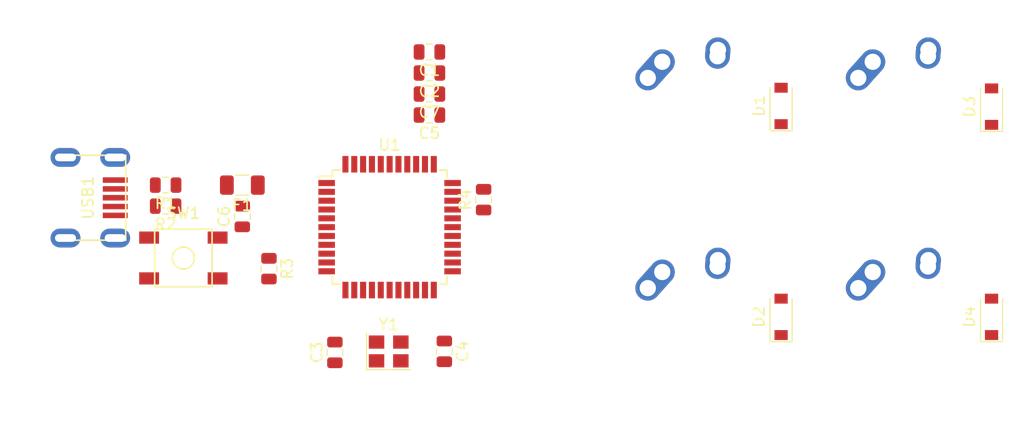
<source format=kicad_pcb>
(kicad_pcb (version 20171130) (host pcbnew "(5.1.4)-1")

  (general
    (thickness 1.6)
    (drawings 0)
    (tracks 0)
    (zones 0)
    (modules 24)
    (nets 49)
  )

  (page A4)
  (layers
    (0 F.Cu signal)
    (31 B.Cu signal)
    (32 B.Adhes user)
    (33 F.Adhes user)
    (34 B.Paste user)
    (35 F.Paste user)
    (36 B.SilkS user)
    (37 F.SilkS user)
    (38 B.Mask user)
    (39 F.Mask user)
    (40 Dwgs.User user)
    (41 Cmts.User user)
    (42 Eco1.User user)
    (43 Eco2.User user)
    (44 Edge.Cuts user)
    (45 Margin user)
    (46 B.CrtYd user)
    (47 F.CrtYd user)
    (48 B.Fab user)
    (49 F.Fab user)
  )

  (setup
    (last_trace_width 0.25)
    (trace_clearance 0.2)
    (zone_clearance 0.508)
    (zone_45_only no)
    (trace_min 0.2)
    (via_size 0.8)
    (via_drill 0.4)
    (via_min_size 0.4)
    (via_min_drill 0.3)
    (uvia_size 0.3)
    (uvia_drill 0.1)
    (uvias_allowed no)
    (uvia_min_size 0.2)
    (uvia_min_drill 0.1)
    (edge_width 0.05)
    (segment_width 0.2)
    (pcb_text_width 0.3)
    (pcb_text_size 1.5 1.5)
    (mod_edge_width 0.12)
    (mod_text_size 1 1)
    (mod_text_width 0.15)
    (pad_size 1.524 1.524)
    (pad_drill 0.762)
    (pad_to_mask_clearance 0.051)
    (solder_mask_min_width 0.25)
    (aux_axis_origin 0 0)
    (visible_elements FFFFFF7F)
    (pcbplotparams
      (layerselection 0x010fc_ffffffff)
      (usegerberextensions false)
      (usegerberattributes false)
      (usegerberadvancedattributes false)
      (creategerberjobfile false)
      (excludeedgelayer true)
      (linewidth 0.100000)
      (plotframeref false)
      (viasonmask false)
      (mode 1)
      (useauxorigin false)
      (hpglpennumber 1)
      (hpglpenspeed 20)
      (hpglpendiameter 15.000000)
      (psnegative false)
      (psa4output false)
      (plotreference true)
      (plotvalue true)
      (plotinvisibletext false)
      (padsonsilk false)
      (subtractmaskfromsilk false)
      (outputformat 1)
      (mirror false)
      (drillshape 1)
      (scaleselection 1)
      (outputdirectory ""))
  )

  (net 0 "")
  (net 1 GND)
  (net 2 +5V)
  (net 3 "Net-(C3-Pad1)")
  (net 4 "Net-(C4-Pad1)")
  (net 5 "Net-(C6-Pad1)")
  (net 6 "Net-(D1-Pad2)")
  (net 7 ROW0)
  (net 8 "Net-(D2-Pad2)")
  (net 9 ROW1)
  (net 10 "Net-(D3-Pad2)")
  (net 11 "Net-(D4-Pad2)")
  (net 12 VCC)
  (net 13 COL0)
  (net 14 COL1)
  (net 15 D-)
  (net 16 "Net-(R1-Pad1)")
  (net 17 D+)
  (net 18 "Net-(R2-Pad1)")
  (net 19 "Net-(R3-Pad2)")
  (net 20 "Net-(R4-Pad2)")
  (net 21 "Net-(U1-Pad42)")
  (net 22 "Net-(U1-Pad41)")
  (net 23 "Net-(U1-Pad40)")
  (net 24 "Net-(U1-Pad39)")
  (net 25 "Net-(U1-Pad38)")
  (net 26 "Net-(U1-Pad37)")
  (net 27 "Net-(U1-Pad36)")
  (net 28 "Net-(U1-Pad32)")
  (net 29 "Net-(U1-Pad31)")
  (net 30 "Net-(U1-Pad30)")
  (net 31 "Net-(U1-Pad29)")
  (net 32 "Net-(U1-Pad28)")
  (net 33 "Net-(U1-Pad27)")
  (net 34 "Net-(U1-Pad26)")
  (net 35 "Net-(U1-Pad25)")
  (net 36 "Net-(U1-Pad22)")
  (net 37 "Net-(U1-Pad21)")
  (net 38 "Net-(U1-Pad20)")
  (net 39 "Net-(U1-Pad19)")
  (net 40 "Net-(U1-Pad18)")
  (net 41 "Net-(U1-Pad12)")
  (net 42 "Net-(U1-Pad11)")
  (net 43 "Net-(U1-Pad10)")
  (net 44 "Net-(U1-Pad9)")
  (net 45 "Net-(U1-Pad8)")
  (net 46 "Net-(U1-Pad1)")
  (net 47 "Net-(USB1-Pad6)")
  (net 48 "Net-(USB1-Pad2)")

  (net_class Default "This is the default net class."
    (clearance 0.2)
    (trace_width 0.25)
    (via_dia 0.8)
    (via_drill 0.4)
    (uvia_dia 0.3)
    (uvia_drill 0.1)
    (add_net +5V)
    (add_net COL0)
    (add_net COL1)
    (add_net D+)
    (add_net D-)
    (add_net GND)
    (add_net "Net-(C3-Pad1)")
    (add_net "Net-(C4-Pad1)")
    (add_net "Net-(C6-Pad1)")
    (add_net "Net-(D1-Pad2)")
    (add_net "Net-(D2-Pad2)")
    (add_net "Net-(D3-Pad2)")
    (add_net "Net-(D4-Pad2)")
    (add_net "Net-(R1-Pad1)")
    (add_net "Net-(R2-Pad1)")
    (add_net "Net-(R3-Pad2)")
    (add_net "Net-(R4-Pad2)")
    (add_net "Net-(U1-Pad1)")
    (add_net "Net-(U1-Pad10)")
    (add_net "Net-(U1-Pad11)")
    (add_net "Net-(U1-Pad12)")
    (add_net "Net-(U1-Pad18)")
    (add_net "Net-(U1-Pad19)")
    (add_net "Net-(U1-Pad20)")
    (add_net "Net-(U1-Pad21)")
    (add_net "Net-(U1-Pad22)")
    (add_net "Net-(U1-Pad25)")
    (add_net "Net-(U1-Pad26)")
    (add_net "Net-(U1-Pad27)")
    (add_net "Net-(U1-Pad28)")
    (add_net "Net-(U1-Pad29)")
    (add_net "Net-(U1-Pad30)")
    (add_net "Net-(U1-Pad31)")
    (add_net "Net-(U1-Pad32)")
    (add_net "Net-(U1-Pad36)")
    (add_net "Net-(U1-Pad37)")
    (add_net "Net-(U1-Pad38)")
    (add_net "Net-(U1-Pad39)")
    (add_net "Net-(U1-Pad40)")
    (add_net "Net-(U1-Pad41)")
    (add_net "Net-(U1-Pad42)")
    (add_net "Net-(U1-Pad8)")
    (add_net "Net-(U1-Pad9)")
    (add_net "Net-(USB1-Pad2)")
    (add_net "Net-(USB1-Pad6)")
    (add_net ROW0)
    (add_net ROW1)
    (add_net VCC)
  )

  (module Crystal:Crystal_SMD_3225-4Pin_3.2x2.5mm (layer F.Cu) (tedit 5A0FD1B2) (tstamp 620DABA6)
    (at 144.823 118.198)
    (descr "SMD Crystal SERIES SMD3225/4 http://www.txccrystal.com/images/pdf/7m-accuracy.pdf, 3.2x2.5mm^2 package")
    (tags "SMD SMT crystal")
    (path /62155457)
    (attr smd)
    (fp_text reference Y1 (at 0 -2.45) (layer F.SilkS)
      (effects (font (size 1 1) (thickness 0.15)))
    )
    (fp_text value 16MHz (at 0 2.45) (layer F.Fab)
      (effects (font (size 1 1) (thickness 0.15)))
    )
    (fp_line (start 2.1 -1.7) (end -2.1 -1.7) (layer F.CrtYd) (width 0.05))
    (fp_line (start 2.1 1.7) (end 2.1 -1.7) (layer F.CrtYd) (width 0.05))
    (fp_line (start -2.1 1.7) (end 2.1 1.7) (layer F.CrtYd) (width 0.05))
    (fp_line (start -2.1 -1.7) (end -2.1 1.7) (layer F.CrtYd) (width 0.05))
    (fp_line (start -2 1.65) (end 2 1.65) (layer F.SilkS) (width 0.12))
    (fp_line (start -2 -1.65) (end -2 1.65) (layer F.SilkS) (width 0.12))
    (fp_line (start -1.6 0.25) (end -0.6 1.25) (layer F.Fab) (width 0.1))
    (fp_line (start 1.6 -1.25) (end -1.6 -1.25) (layer F.Fab) (width 0.1))
    (fp_line (start 1.6 1.25) (end 1.6 -1.25) (layer F.Fab) (width 0.1))
    (fp_line (start -1.6 1.25) (end 1.6 1.25) (layer F.Fab) (width 0.1))
    (fp_line (start -1.6 -1.25) (end -1.6 1.25) (layer F.Fab) (width 0.1))
    (fp_text user %R (at 0 0) (layer F.Fab)
      (effects (font (size 0.7 0.7) (thickness 0.105)))
    )
    (pad 4 smd rect (at -1.1 -0.85) (size 1.4 1.2) (layers F.Cu F.Paste F.Mask)
      (net 1 GND))
    (pad 3 smd rect (at 1.1 -0.85) (size 1.4 1.2) (layers F.Cu F.Paste F.Mask)
      (net 4 "Net-(C4-Pad1)"))
    (pad 2 smd rect (at 1.1 0.85) (size 1.4 1.2) (layers F.Cu F.Paste F.Mask)
      (net 1 GND))
    (pad 1 smd rect (at -1.1 0.85) (size 1.4 1.2) (layers F.Cu F.Paste F.Mask)
      (net 3 "Net-(C3-Pad1)"))
    (model ${KISYS3DMOD}/Crystal.3dshapes/Crystal_SMD_3225-4Pin_3.2x2.5mm.wrl
      (at (xyz 0 0 0))
      (scale (xyz 1 1 1))
      (rotate (xyz 0 0 0))
    )
  )

  (module random-keyboard-parts:Molex-0548190589 (layer F.Cu) (tedit 5C494815) (tstamp 620DAB92)
    (at 115.57 104.267)
    (path /621ADA01)
    (attr smd)
    (fp_text reference USB1 (at 2.032 0 90) (layer F.SilkS)
      (effects (font (size 1 1) (thickness 0.15)))
    )
    (fp_text value Molex-0548190589 (at -5.08 0 90) (layer Dwgs.User)
      (effects (font (size 1 1) (thickness 0.15)))
    )
    (fp_text user %R (at 2 0 90) (layer F.CrtYd)
      (effects (font (size 1 1) (thickness 0.15)))
    )
    (fp_line (start 3.25 -1.25) (end 5.5 -1.25) (layer F.CrtYd) (width 0.15))
    (fp_line (start 5.5 -0.5) (end 3.25 -0.5) (layer F.CrtYd) (width 0.15))
    (fp_line (start 3.25 0.5) (end 5.5 0.5) (layer F.CrtYd) (width 0.15))
    (fp_line (start 5.5 1.25) (end 3.25 1.25) (layer F.CrtYd) (width 0.15))
    (fp_line (start 3.25 2) (end 5.5 2) (layer F.CrtYd) (width 0.15))
    (fp_line (start 3.25 -2) (end 3.25 2) (layer F.CrtYd) (width 0.15))
    (fp_line (start 5.5 -2) (end 3.25 -2) (layer F.CrtYd) (width 0.15))
    (fp_line (start -3.75 3.75) (end -3.75 -3.75) (layer F.CrtYd) (width 0.15))
    (fp_line (start 5.5 3.75) (end -3.75 3.75) (layer F.CrtYd) (width 0.15))
    (fp_line (start 5.5 -3.75) (end 5.5 3.75) (layer F.CrtYd) (width 0.15))
    (fp_line (start -3.75 -3.75) (end 5.5 -3.75) (layer F.CrtYd) (width 0.15))
    (fp_line (start 0 -3.85) (end 5.45 -3.85) (layer F.SilkS) (width 0.15))
    (fp_line (start 0 3.85) (end 5.45 3.85) (layer F.SilkS) (width 0.15))
    (fp_line (start 5.45 -3.85) (end 5.45 3.85) (layer F.SilkS) (width 0.15))
    (fp_line (start -3.75 -3.85) (end 0 -3.85) (layer Dwgs.User) (width 0.15))
    (fp_line (start -3.75 3.85) (end 0 3.85) (layer Dwgs.User) (width 0.15))
    (fp_line (start -1.75 -4.572) (end -1.75 4.572) (layer Dwgs.User) (width 0.15))
    (fp_line (start -3.75 -3.85) (end -3.75 3.85) (layer Dwgs.User) (width 0.15))
    (pad 6 thru_hole oval (at 0 -3.65) (size 2.7 1.7) (drill oval 1.9 0.7) (layers *.Cu *.Mask)
      (net 47 "Net-(USB1-Pad6)"))
    (pad 6 thru_hole oval (at 0 3.65) (size 2.7 1.7) (drill oval 1.9 0.7) (layers *.Cu *.Mask)
      (net 47 "Net-(USB1-Pad6)"))
    (pad 6 thru_hole oval (at 4.5 3.65) (size 2.7 1.7) (drill oval 1.9 0.7) (layers *.Cu *.Mask)
      (net 47 "Net-(USB1-Pad6)"))
    (pad 6 thru_hole oval (at 4.5 -3.65) (size 2.7 1.7) (drill oval 1.9 0.7) (layers *.Cu *.Mask)
      (net 47 "Net-(USB1-Pad6)"))
    (pad 5 smd rect (at 4.5 -1.6) (size 2.25 0.5) (layers F.Cu F.Paste F.Mask)
      (net 12 VCC))
    (pad 4 smd rect (at 4.5 -0.8) (size 2.25 0.5) (layers F.Cu F.Paste F.Mask)
      (net 15 D-))
    (pad 3 smd rect (at 4.5 0) (size 2.25 0.5) (layers F.Cu F.Paste F.Mask)
      (net 17 D+))
    (pad 2 smd rect (at 4.5 0.8) (size 2.25 0.5) (layers F.Cu F.Paste F.Mask)
      (net 48 "Net-(USB1-Pad2)"))
    (pad 1 smd rect (at 4.5 1.6) (size 2.25 0.5) (layers F.Cu F.Paste F.Mask)
      (net 1 GND))
  )

  (module Package_QFP:TQFP-44_10x10mm_P0.8mm (layer F.Cu) (tedit 5A02F146) (tstamp 620DAB72)
    (at 144.907 106.934)
    (descr "44-Lead Plastic Thin Quad Flatpack (PT) - 10x10x1.0 mm Body [TQFP] (see Microchip Packaging Specification 00000049BS.pdf)")
    (tags "QFP 0.8")
    (path /620D55F6)
    (attr smd)
    (fp_text reference U1 (at 0 -7.45) (layer F.SilkS)
      (effects (font (size 1 1) (thickness 0.15)))
    )
    (fp_text value ATmega32U4-AU (at 0 7.45) (layer F.Fab)
      (effects (font (size 1 1) (thickness 0.15)))
    )
    (fp_line (start -5.175 -4.6) (end -6.45 -4.6) (layer F.SilkS) (width 0.15))
    (fp_line (start 5.175 -5.175) (end 4.5 -5.175) (layer F.SilkS) (width 0.15))
    (fp_line (start 5.175 5.175) (end 4.5 5.175) (layer F.SilkS) (width 0.15))
    (fp_line (start -5.175 5.175) (end -4.5 5.175) (layer F.SilkS) (width 0.15))
    (fp_line (start -5.175 -5.175) (end -4.5 -5.175) (layer F.SilkS) (width 0.15))
    (fp_line (start -5.175 5.175) (end -5.175 4.5) (layer F.SilkS) (width 0.15))
    (fp_line (start 5.175 5.175) (end 5.175 4.5) (layer F.SilkS) (width 0.15))
    (fp_line (start 5.175 -5.175) (end 5.175 -4.5) (layer F.SilkS) (width 0.15))
    (fp_line (start -5.175 -5.175) (end -5.175 -4.6) (layer F.SilkS) (width 0.15))
    (fp_line (start -6.7 6.7) (end 6.7 6.7) (layer F.CrtYd) (width 0.05))
    (fp_line (start -6.7 -6.7) (end 6.7 -6.7) (layer F.CrtYd) (width 0.05))
    (fp_line (start 6.7 -6.7) (end 6.7 6.7) (layer F.CrtYd) (width 0.05))
    (fp_line (start -6.7 -6.7) (end -6.7 6.7) (layer F.CrtYd) (width 0.05))
    (fp_line (start -5 -4) (end -4 -5) (layer F.Fab) (width 0.15))
    (fp_line (start -5 5) (end -5 -4) (layer F.Fab) (width 0.15))
    (fp_line (start 5 5) (end -5 5) (layer F.Fab) (width 0.15))
    (fp_line (start 5 -5) (end 5 5) (layer F.Fab) (width 0.15))
    (fp_line (start -4 -5) (end 5 -5) (layer F.Fab) (width 0.15))
    (fp_text user %R (at 0 0) (layer F.Fab)
      (effects (font (size 1 1) (thickness 0.15)))
    )
    (pad 44 smd rect (at -4 -5.7 90) (size 1.5 0.55) (layers F.Cu F.Paste F.Mask)
      (net 2 +5V))
    (pad 43 smd rect (at -3.2 -5.7 90) (size 1.5 0.55) (layers F.Cu F.Paste F.Mask)
      (net 1 GND))
    (pad 42 smd rect (at -2.4 -5.7 90) (size 1.5 0.55) (layers F.Cu F.Paste F.Mask)
      (net 21 "Net-(U1-Pad42)"))
    (pad 41 smd rect (at -1.6 -5.7 90) (size 1.5 0.55) (layers F.Cu F.Paste F.Mask)
      (net 22 "Net-(U1-Pad41)"))
    (pad 40 smd rect (at -0.8 -5.7 90) (size 1.5 0.55) (layers F.Cu F.Paste F.Mask)
      (net 23 "Net-(U1-Pad40)"))
    (pad 39 smd rect (at 0 -5.7 90) (size 1.5 0.55) (layers F.Cu F.Paste F.Mask)
      (net 24 "Net-(U1-Pad39)"))
    (pad 38 smd rect (at 0.8 -5.7 90) (size 1.5 0.55) (layers F.Cu F.Paste F.Mask)
      (net 25 "Net-(U1-Pad38)"))
    (pad 37 smd rect (at 1.6 -5.7 90) (size 1.5 0.55) (layers F.Cu F.Paste F.Mask)
      (net 26 "Net-(U1-Pad37)"))
    (pad 36 smd rect (at 2.4 -5.7 90) (size 1.5 0.55) (layers F.Cu F.Paste F.Mask)
      (net 27 "Net-(U1-Pad36)"))
    (pad 35 smd rect (at 3.2 -5.7 90) (size 1.5 0.55) (layers F.Cu F.Paste F.Mask)
      (net 1 GND))
    (pad 34 smd rect (at 4 -5.7 90) (size 1.5 0.55) (layers F.Cu F.Paste F.Mask)
      (net 2 +5V))
    (pad 33 smd rect (at 5.7 -4) (size 1.5 0.55) (layers F.Cu F.Paste F.Mask)
      (net 20 "Net-(R4-Pad2)"))
    (pad 32 smd rect (at 5.7 -3.2) (size 1.5 0.55) (layers F.Cu F.Paste F.Mask)
      (net 28 "Net-(U1-Pad32)"))
    (pad 31 smd rect (at 5.7 -2.4) (size 1.5 0.55) (layers F.Cu F.Paste F.Mask)
      (net 29 "Net-(U1-Pad31)"))
    (pad 30 smd rect (at 5.7 -1.6) (size 1.5 0.55) (layers F.Cu F.Paste F.Mask)
      (net 30 "Net-(U1-Pad30)"))
    (pad 29 smd rect (at 5.7 -0.8) (size 1.5 0.55) (layers F.Cu F.Paste F.Mask)
      (net 31 "Net-(U1-Pad29)"))
    (pad 28 smd rect (at 5.7 0) (size 1.5 0.55) (layers F.Cu F.Paste F.Mask)
      (net 32 "Net-(U1-Pad28)"))
    (pad 27 smd rect (at 5.7 0.8) (size 1.5 0.55) (layers F.Cu F.Paste F.Mask)
      (net 33 "Net-(U1-Pad27)"))
    (pad 26 smd rect (at 5.7 1.6) (size 1.5 0.55) (layers F.Cu F.Paste F.Mask)
      (net 34 "Net-(U1-Pad26)"))
    (pad 25 smd rect (at 5.7 2.4) (size 1.5 0.55) (layers F.Cu F.Paste F.Mask)
      (net 35 "Net-(U1-Pad25)"))
    (pad 24 smd rect (at 5.7 3.2) (size 1.5 0.55) (layers F.Cu F.Paste F.Mask)
      (net 2 +5V))
    (pad 23 smd rect (at 5.7 4) (size 1.5 0.55) (layers F.Cu F.Paste F.Mask)
      (net 1 GND))
    (pad 22 smd rect (at 4 5.7 90) (size 1.5 0.55) (layers F.Cu F.Paste F.Mask)
      (net 36 "Net-(U1-Pad22)"))
    (pad 21 smd rect (at 3.2 5.7 90) (size 1.5 0.55) (layers F.Cu F.Paste F.Mask)
      (net 37 "Net-(U1-Pad21)"))
    (pad 20 smd rect (at 2.4 5.7 90) (size 1.5 0.55) (layers F.Cu F.Paste F.Mask)
      (net 38 "Net-(U1-Pad20)"))
    (pad 19 smd rect (at 1.6 5.7 90) (size 1.5 0.55) (layers F.Cu F.Paste F.Mask)
      (net 39 "Net-(U1-Pad19)"))
    (pad 18 smd rect (at 0.8 5.7 90) (size 1.5 0.55) (layers F.Cu F.Paste F.Mask)
      (net 40 "Net-(U1-Pad18)"))
    (pad 17 smd rect (at 0 5.7 90) (size 1.5 0.55) (layers F.Cu F.Paste F.Mask)
      (net 3 "Net-(C3-Pad1)"))
    (pad 16 smd rect (at -0.8 5.7 90) (size 1.5 0.55) (layers F.Cu F.Paste F.Mask)
      (net 4 "Net-(C4-Pad1)"))
    (pad 15 smd rect (at -1.6 5.7 90) (size 1.5 0.55) (layers F.Cu F.Paste F.Mask)
      (net 1 GND))
    (pad 14 smd rect (at -2.4 5.7 90) (size 1.5 0.55) (layers F.Cu F.Paste F.Mask)
      (net 2 +5V))
    (pad 13 smd rect (at -3.2 5.7 90) (size 1.5 0.55) (layers F.Cu F.Paste F.Mask)
      (net 19 "Net-(R3-Pad2)"))
    (pad 12 smd rect (at -4 5.7 90) (size 1.5 0.55) (layers F.Cu F.Paste F.Mask)
      (net 41 "Net-(U1-Pad12)"))
    (pad 11 smd rect (at -5.7 4) (size 1.5 0.55) (layers F.Cu F.Paste F.Mask)
      (net 42 "Net-(U1-Pad11)"))
    (pad 10 smd rect (at -5.7 3.2) (size 1.5 0.55) (layers F.Cu F.Paste F.Mask)
      (net 43 "Net-(U1-Pad10)"))
    (pad 9 smd rect (at -5.7 2.4) (size 1.5 0.55) (layers F.Cu F.Paste F.Mask)
      (net 44 "Net-(U1-Pad9)"))
    (pad 8 smd rect (at -5.7 1.6) (size 1.5 0.55) (layers F.Cu F.Paste F.Mask)
      (net 45 "Net-(U1-Pad8)"))
    (pad 7 smd rect (at -5.7 0.8) (size 1.5 0.55) (layers F.Cu F.Paste F.Mask)
      (net 2 +5V))
    (pad 6 smd rect (at -5.7 0) (size 1.5 0.55) (layers F.Cu F.Paste F.Mask)
      (net 5 "Net-(C6-Pad1)"))
    (pad 5 smd rect (at -5.7 -0.8) (size 1.5 0.55) (layers F.Cu F.Paste F.Mask)
      (net 1 GND))
    (pad 4 smd rect (at -5.7 -1.6) (size 1.5 0.55) (layers F.Cu F.Paste F.Mask)
      (net 18 "Net-(R2-Pad1)"))
    (pad 3 smd rect (at -5.7 -2.4) (size 1.5 0.55) (layers F.Cu F.Paste F.Mask)
      (net 16 "Net-(R1-Pad1)"))
    (pad 2 smd rect (at -5.7 -3.2) (size 1.5 0.55) (layers F.Cu F.Paste F.Mask)
      (net 2 +5V))
    (pad 1 smd rect (at -5.7 -4) (size 1.5 0.55) (layers F.Cu F.Paste F.Mask)
      (net 46 "Net-(U1-Pad1)"))
    (model ${KISYS3DMOD}/Package_QFP.3dshapes/TQFP-44_10x10mm_P0.8mm.wrl
      (at (xyz 0 0 0))
      (scale (xyz 1 1 1))
      (rotate (xyz 0 0 0))
    )
  )

  (module random-keyboard-parts:SKQG-1155865 (layer F.Cu) (tedit 5E62B398) (tstamp 620DAB2F)
    (at 126.238 109.728 180)
    (path /6216432F)
    (attr smd)
    (fp_text reference SW1 (at 0 4.064) (layer F.SilkS)
      (effects (font (size 1 1) (thickness 0.15)))
    )
    (fp_text value SW_Push (at 0 -4.064) (layer F.Fab)
      (effects (font (size 1 1) (thickness 0.15)))
    )
    (fp_line (start -2.6 -2.6) (end 2.6 -2.6) (layer F.SilkS) (width 0.15))
    (fp_line (start 2.6 -2.6) (end 2.6 2.6) (layer F.SilkS) (width 0.15))
    (fp_line (start 2.6 2.6) (end -2.6 2.6) (layer F.SilkS) (width 0.15))
    (fp_line (start -2.6 2.6) (end -2.6 -2.6) (layer F.SilkS) (width 0.15))
    (fp_circle (center 0 0) (end 1 0) (layer F.SilkS) (width 0.15))
    (fp_line (start -4.2 -2.6) (end 4.2 -2.6) (layer F.Fab) (width 0.15))
    (fp_line (start 4.2 -2.6) (end 4.2 -1.2) (layer F.Fab) (width 0.15))
    (fp_line (start 4.2 -1.1) (end 2.6 -1.1) (layer F.Fab) (width 0.15))
    (fp_line (start 2.6 -1.1) (end 2.6 1.1) (layer F.Fab) (width 0.15))
    (fp_line (start 2.6 1.1) (end 4.2 1.1) (layer F.Fab) (width 0.15))
    (fp_line (start 4.2 1.1) (end 4.2 2.6) (layer F.Fab) (width 0.15))
    (fp_line (start 4.2 2.6) (end -4.2 2.6) (layer F.Fab) (width 0.15))
    (fp_line (start -4.2 2.6) (end -4.2 1.1) (layer F.Fab) (width 0.15))
    (fp_line (start -4.2 1.1) (end -2.6 1.1) (layer F.Fab) (width 0.15))
    (fp_line (start -2.6 1.1) (end -2.6 -1.1) (layer F.Fab) (width 0.15))
    (fp_line (start -2.6 -1.1) (end -4.2 -1.1) (layer F.Fab) (width 0.15))
    (fp_line (start -4.2 -1.1) (end -4.2 -2.6) (layer F.Fab) (width 0.15))
    (fp_circle (center 0 0) (end 1 0) (layer F.Fab) (width 0.15))
    (fp_line (start -2.6 -1.1) (end -1.1 -2.6) (layer F.Fab) (width 0.15))
    (fp_line (start 2.6 -1.1) (end 1.1 -2.6) (layer F.Fab) (width 0.15))
    (fp_line (start 2.6 1.1) (end 1.1 2.6) (layer F.Fab) (width 0.15))
    (fp_line (start -2.6 1.1) (end -1.1 2.6) (layer F.Fab) (width 0.15))
    (pad 4 smd rect (at -3.1 1.85 180) (size 1.8 1.1) (layers F.Cu F.Paste F.Mask))
    (pad 3 smd rect (at 3.1 -1.85 180) (size 1.8 1.1) (layers F.Cu F.Paste F.Mask))
    (pad 2 smd rect (at -3.1 -1.85 180) (size 1.8 1.1) (layers F.Cu F.Paste F.Mask)
      (net 19 "Net-(R3-Pad2)"))
    (pad 1 smd rect (at 3.1 1.85 180) (size 1.8 1.1) (layers F.Cu F.Paste F.Mask)
      (net 1 GND))
    (model ${KISYS3DMOD}/Button_Switch_SMD.3dshapes/SW_SPST_TL3342.step
      (at (xyz 0 0 0))
      (scale (xyz 1 1 1))
      (rotate (xyz 0 0 0))
    )
  )

  (module Resistor_SMD:R_0805_2012Metric (layer F.Cu) (tedit 5B36C52B) (tstamp 620DAB11)
    (at 153.416 104.4425 90)
    (descr "Resistor SMD 0805 (2012 Metric), square (rectangular) end terminal, IPC_7351 nominal, (Body size source: https://docs.google.com/spreadsheets/d/1BsfQQcO9C6DZCsRaXUlFlo91Tg2WpOkGARC1WS5S8t0/edit?usp=sharing), generated with kicad-footprint-generator")
    (tags resistor)
    (path /62102583)
    (attr smd)
    (fp_text reference R4 (at 0 -1.65 90) (layer F.SilkS)
      (effects (font (size 1 1) (thickness 0.15)))
    )
    (fp_text value 10k (at 0 1.65 90) (layer F.Fab)
      (effects (font (size 1 1) (thickness 0.15)))
    )
    (fp_text user %R (at 0 0 90) (layer F.Fab)
      (effects (font (size 0.5 0.5) (thickness 0.08)))
    )
    (fp_line (start 1.68 0.95) (end -1.68 0.95) (layer F.CrtYd) (width 0.05))
    (fp_line (start 1.68 -0.95) (end 1.68 0.95) (layer F.CrtYd) (width 0.05))
    (fp_line (start -1.68 -0.95) (end 1.68 -0.95) (layer F.CrtYd) (width 0.05))
    (fp_line (start -1.68 0.95) (end -1.68 -0.95) (layer F.CrtYd) (width 0.05))
    (fp_line (start -0.258578 0.71) (end 0.258578 0.71) (layer F.SilkS) (width 0.12))
    (fp_line (start -0.258578 -0.71) (end 0.258578 -0.71) (layer F.SilkS) (width 0.12))
    (fp_line (start 1 0.6) (end -1 0.6) (layer F.Fab) (width 0.1))
    (fp_line (start 1 -0.6) (end 1 0.6) (layer F.Fab) (width 0.1))
    (fp_line (start -1 -0.6) (end 1 -0.6) (layer F.Fab) (width 0.1))
    (fp_line (start -1 0.6) (end -1 -0.6) (layer F.Fab) (width 0.1))
    (pad 2 smd roundrect (at 0.9375 0 90) (size 0.975 1.4) (layers F.Cu F.Paste F.Mask) (roundrect_rratio 0.25)
      (net 20 "Net-(R4-Pad2)"))
    (pad 1 smd roundrect (at -0.9375 0 90) (size 0.975 1.4) (layers F.Cu F.Paste F.Mask) (roundrect_rratio 0.25)
      (net 1 GND))
    (model ${KISYS3DMOD}/Resistor_SMD.3dshapes/R_0805_2012Metric.wrl
      (at (xyz 0 0 0))
      (scale (xyz 1 1 1))
      (rotate (xyz 0 0 0))
    )
  )

  (module Resistor_SMD:R_0805_2012Metric (layer F.Cu) (tedit 5B36C52B) (tstamp 620DAB00)
    (at 133.985 110.6955 270)
    (descr "Resistor SMD 0805 (2012 Metric), square (rectangular) end terminal, IPC_7351 nominal, (Body size source: https://docs.google.com/spreadsheets/d/1BsfQQcO9C6DZCsRaXUlFlo91Tg2WpOkGARC1WS5S8t0/edit?usp=sharing), generated with kicad-footprint-generator")
    (tags resistor)
    (path /6216879F)
    (attr smd)
    (fp_text reference R3 (at 0 -1.65 90) (layer F.SilkS)
      (effects (font (size 1 1) (thickness 0.15)))
    )
    (fp_text value 10k (at 0 1.65 90) (layer F.Fab)
      (effects (font (size 1 1) (thickness 0.15)))
    )
    (fp_text user %R (at 0 0 90) (layer F.Fab)
      (effects (font (size 0.5 0.5) (thickness 0.08)))
    )
    (fp_line (start 1.68 0.95) (end -1.68 0.95) (layer F.CrtYd) (width 0.05))
    (fp_line (start 1.68 -0.95) (end 1.68 0.95) (layer F.CrtYd) (width 0.05))
    (fp_line (start -1.68 -0.95) (end 1.68 -0.95) (layer F.CrtYd) (width 0.05))
    (fp_line (start -1.68 0.95) (end -1.68 -0.95) (layer F.CrtYd) (width 0.05))
    (fp_line (start -0.258578 0.71) (end 0.258578 0.71) (layer F.SilkS) (width 0.12))
    (fp_line (start -0.258578 -0.71) (end 0.258578 -0.71) (layer F.SilkS) (width 0.12))
    (fp_line (start 1 0.6) (end -1 0.6) (layer F.Fab) (width 0.1))
    (fp_line (start 1 -0.6) (end 1 0.6) (layer F.Fab) (width 0.1))
    (fp_line (start -1 -0.6) (end 1 -0.6) (layer F.Fab) (width 0.1))
    (fp_line (start -1 0.6) (end -1 -0.6) (layer F.Fab) (width 0.1))
    (pad 2 smd roundrect (at 0.9375 0 270) (size 0.975 1.4) (layers F.Cu F.Paste F.Mask) (roundrect_rratio 0.25)
      (net 19 "Net-(R3-Pad2)"))
    (pad 1 smd roundrect (at -0.9375 0 270) (size 0.975 1.4) (layers F.Cu F.Paste F.Mask) (roundrect_rratio 0.25)
      (net 2 +5V))
    (model ${KISYS3DMOD}/Resistor_SMD.3dshapes/R_0805_2012Metric.wrl
      (at (xyz 0 0 0))
      (scale (xyz 1 1 1))
      (rotate (xyz 0 0 0))
    )
  )

  (module Resistor_SMD:R_0805_2012Metric (layer F.Cu) (tedit 5B36C52B) (tstamp 620DAAEF)
    (at 124.6355 105.029 180)
    (descr "Resistor SMD 0805 (2012 Metric), square (rectangular) end terminal, IPC_7351 nominal, (Body size source: https://docs.google.com/spreadsheets/d/1BsfQQcO9C6DZCsRaXUlFlo91Tg2WpOkGARC1WS5S8t0/edit?usp=sharing), generated with kicad-footprint-generator")
    (tags resistor)
    (path /62104A2C)
    (attr smd)
    (fp_text reference R2 (at 0 -1.65) (layer F.SilkS)
      (effects (font (size 1 1) (thickness 0.15)))
    )
    (fp_text value 22 (at 0 1.65) (layer F.Fab)
      (effects (font (size 1 1) (thickness 0.15)))
    )
    (fp_text user %R (at 0 0 90) (layer F.Fab)
      (effects (font (size 0.5 0.5) (thickness 0.08)))
    )
    (fp_line (start 1.68 0.95) (end -1.68 0.95) (layer F.CrtYd) (width 0.05))
    (fp_line (start 1.68 -0.95) (end 1.68 0.95) (layer F.CrtYd) (width 0.05))
    (fp_line (start -1.68 -0.95) (end 1.68 -0.95) (layer F.CrtYd) (width 0.05))
    (fp_line (start -1.68 0.95) (end -1.68 -0.95) (layer F.CrtYd) (width 0.05))
    (fp_line (start -0.258578 0.71) (end 0.258578 0.71) (layer F.SilkS) (width 0.12))
    (fp_line (start -0.258578 -0.71) (end 0.258578 -0.71) (layer F.SilkS) (width 0.12))
    (fp_line (start 1 0.6) (end -1 0.6) (layer F.Fab) (width 0.1))
    (fp_line (start 1 -0.6) (end 1 0.6) (layer F.Fab) (width 0.1))
    (fp_line (start -1 -0.6) (end 1 -0.6) (layer F.Fab) (width 0.1))
    (fp_line (start -1 0.6) (end -1 -0.6) (layer F.Fab) (width 0.1))
    (pad 2 smd roundrect (at 0.9375 0 180) (size 0.975 1.4) (layers F.Cu F.Paste F.Mask) (roundrect_rratio 0.25)
      (net 17 D+))
    (pad 1 smd roundrect (at -0.9375 0 180) (size 0.975 1.4) (layers F.Cu F.Paste F.Mask) (roundrect_rratio 0.25)
      (net 18 "Net-(R2-Pad1)"))
    (model ${KISYS3DMOD}/Resistor_SMD.3dshapes/R_0805_2012Metric.wrl
      (at (xyz 0 0 0))
      (scale (xyz 1 1 1))
      (rotate (xyz 0 0 0))
    )
  )

  (module Resistor_SMD:R_0805_2012Metric (layer F.Cu) (tedit 5B36C52B) (tstamp 620DAADE)
    (at 124.6355 103.124 180)
    (descr "Resistor SMD 0805 (2012 Metric), square (rectangular) end terminal, IPC_7351 nominal, (Body size source: https://docs.google.com/spreadsheets/d/1BsfQQcO9C6DZCsRaXUlFlo91Tg2WpOkGARC1WS5S8t0/edit?usp=sharing), generated with kicad-footprint-generator")
    (tags resistor)
    (path /6210615A)
    (attr smd)
    (fp_text reference R1 (at 0 -1.65) (layer F.SilkS)
      (effects (font (size 1 1) (thickness 0.15)))
    )
    (fp_text value 22 (at 0 1.65) (layer F.Fab)
      (effects (font (size 1 1) (thickness 0.15)))
    )
    (fp_text user %R (at 0 0) (layer F.Fab)
      (effects (font (size 0.5 0.5) (thickness 0.08)))
    )
    (fp_line (start 1.68 0.95) (end -1.68 0.95) (layer F.CrtYd) (width 0.05))
    (fp_line (start 1.68 -0.95) (end 1.68 0.95) (layer F.CrtYd) (width 0.05))
    (fp_line (start -1.68 -0.95) (end 1.68 -0.95) (layer F.CrtYd) (width 0.05))
    (fp_line (start -1.68 0.95) (end -1.68 -0.95) (layer F.CrtYd) (width 0.05))
    (fp_line (start -0.258578 0.71) (end 0.258578 0.71) (layer F.SilkS) (width 0.12))
    (fp_line (start -0.258578 -0.71) (end 0.258578 -0.71) (layer F.SilkS) (width 0.12))
    (fp_line (start 1 0.6) (end -1 0.6) (layer F.Fab) (width 0.1))
    (fp_line (start 1 -0.6) (end 1 0.6) (layer F.Fab) (width 0.1))
    (fp_line (start -1 -0.6) (end 1 -0.6) (layer F.Fab) (width 0.1))
    (fp_line (start -1 0.6) (end -1 -0.6) (layer F.Fab) (width 0.1))
    (pad 2 smd roundrect (at 0.9375 0 180) (size 0.975 1.4) (layers F.Cu F.Paste F.Mask) (roundrect_rratio 0.25)
      (net 15 D-))
    (pad 1 smd roundrect (at -0.9375 0 180) (size 0.975 1.4) (layers F.Cu F.Paste F.Mask) (roundrect_rratio 0.25)
      (net 16 "Net-(R1-Pad1)"))
    (model ${KISYS3DMOD}/Resistor_SMD.3dshapes/R_0805_2012Metric.wrl
      (at (xyz 0 0 0))
      (scale (xyz 1 1 1))
      (rotate (xyz 0 0 0))
    )
  )

  (module MX_Alps_Hybrid:MX-1U-NoLED (layer F.Cu) (tedit 5A9F5203) (tstamp 620DAACD)
    (at 191.135 114.9985)
    (path /621FE1E7)
    (fp_text reference MX4 (at 0 3.175) (layer Dwgs.User)
      (effects (font (size 1 1) (thickness 0.15)))
    )
    (fp_text value MX-NoLED (at 0 -7.9375) (layer Dwgs.User)
      (effects (font (size 1 1) (thickness 0.15)))
    )
    (fp_line (start -9.525 9.525) (end -9.525 -9.525) (layer Dwgs.User) (width 0.15))
    (fp_line (start 9.525 9.525) (end -9.525 9.525) (layer Dwgs.User) (width 0.15))
    (fp_line (start 9.525 -9.525) (end 9.525 9.525) (layer Dwgs.User) (width 0.15))
    (fp_line (start -9.525 -9.525) (end 9.525 -9.525) (layer Dwgs.User) (width 0.15))
    (fp_line (start -7 -7) (end -7 -5) (layer Dwgs.User) (width 0.15))
    (fp_line (start -5 -7) (end -7 -7) (layer Dwgs.User) (width 0.15))
    (fp_line (start -7 7) (end -5 7) (layer Dwgs.User) (width 0.15))
    (fp_line (start -7 5) (end -7 7) (layer Dwgs.User) (width 0.15))
    (fp_line (start 7 7) (end 7 5) (layer Dwgs.User) (width 0.15))
    (fp_line (start 5 7) (end 7 7) (layer Dwgs.User) (width 0.15))
    (fp_line (start 7 -7) (end 7 -5) (layer Dwgs.User) (width 0.15))
    (fp_line (start 5 -7) (end 7 -7) (layer Dwgs.User) (width 0.15))
    (pad "" np_thru_hole circle (at 5.08 0 48.0996) (size 1.75 1.75) (drill 1.75) (layers *.Cu *.Mask))
    (pad "" np_thru_hole circle (at -5.08 0 48.0996) (size 1.75 1.75) (drill 1.75) (layers *.Cu *.Mask))
    (pad 1 thru_hole circle (at -2.5 -4) (size 2.25 2.25) (drill 1.47) (layers *.Cu B.Mask)
      (net 14 COL1))
    (pad "" np_thru_hole circle (at 0 0) (size 3.9878 3.9878) (drill 3.9878) (layers *.Cu *.Mask))
    (pad 1 thru_hole oval (at -3.81 -2.54 48.0996) (size 4.211556 2.25) (drill 1.47 (offset 0.980778 0)) (layers *.Cu B.Mask)
      (net 14 COL1))
    (pad 2 thru_hole circle (at 2.54 -5.08) (size 2.25 2.25) (drill 1.47) (layers *.Cu B.Mask)
      (net 11 "Net-(D4-Pad2)"))
    (pad 2 thru_hole oval (at 2.5 -4.5 86.0548) (size 2.831378 2.25) (drill 1.47 (offset 0.290689 0)) (layers *.Cu B.Mask)
      (net 11 "Net-(D4-Pad2)"))
  )

  (module MX_Alps_Hybrid:MX-1U-NoLED (layer F.Cu) (tedit 5A9F5203) (tstamp 620DAAB6)
    (at 191.135 95.9485)
    (path /621FB5FD)
    (fp_text reference MX3 (at 0 3.175) (layer Dwgs.User)
      (effects (font (size 1 1) (thickness 0.15)))
    )
    (fp_text value MX-NoLED (at 0 -7.9375) (layer Dwgs.User)
      (effects (font (size 1 1) (thickness 0.15)))
    )
    (fp_line (start -9.525 9.525) (end -9.525 -9.525) (layer Dwgs.User) (width 0.15))
    (fp_line (start 9.525 9.525) (end -9.525 9.525) (layer Dwgs.User) (width 0.15))
    (fp_line (start 9.525 -9.525) (end 9.525 9.525) (layer Dwgs.User) (width 0.15))
    (fp_line (start -9.525 -9.525) (end 9.525 -9.525) (layer Dwgs.User) (width 0.15))
    (fp_line (start -7 -7) (end -7 -5) (layer Dwgs.User) (width 0.15))
    (fp_line (start -5 -7) (end -7 -7) (layer Dwgs.User) (width 0.15))
    (fp_line (start -7 7) (end -5 7) (layer Dwgs.User) (width 0.15))
    (fp_line (start -7 5) (end -7 7) (layer Dwgs.User) (width 0.15))
    (fp_line (start 7 7) (end 7 5) (layer Dwgs.User) (width 0.15))
    (fp_line (start 5 7) (end 7 7) (layer Dwgs.User) (width 0.15))
    (fp_line (start 7 -7) (end 7 -5) (layer Dwgs.User) (width 0.15))
    (fp_line (start 5 -7) (end 7 -7) (layer Dwgs.User) (width 0.15))
    (pad "" np_thru_hole circle (at 5.08 0 48.0996) (size 1.75 1.75) (drill 1.75) (layers *.Cu *.Mask))
    (pad "" np_thru_hole circle (at -5.08 0 48.0996) (size 1.75 1.75) (drill 1.75) (layers *.Cu *.Mask))
    (pad 1 thru_hole circle (at -2.5 -4) (size 2.25 2.25) (drill 1.47) (layers *.Cu B.Mask)
      (net 14 COL1))
    (pad "" np_thru_hole circle (at 0 0) (size 3.9878 3.9878) (drill 3.9878) (layers *.Cu *.Mask))
    (pad 1 thru_hole oval (at -3.81 -2.54 48.0996) (size 4.211556 2.25) (drill 1.47 (offset 0.980778 0)) (layers *.Cu B.Mask)
      (net 14 COL1))
    (pad 2 thru_hole circle (at 2.54 -5.08) (size 2.25 2.25) (drill 1.47) (layers *.Cu B.Mask)
      (net 10 "Net-(D3-Pad2)"))
    (pad 2 thru_hole oval (at 2.5 -4.5 86.0548) (size 2.831378 2.25) (drill 1.47 (offset 0.290689 0)) (layers *.Cu B.Mask)
      (net 10 "Net-(D3-Pad2)"))
  )

  (module MX_Alps_Hybrid:MX-1U-NoLED (layer F.Cu) (tedit 5A9F5203) (tstamp 620DAA9F)
    (at 172.085 114.9985)
    (path /621FCDBB)
    (fp_text reference MX2 (at 0 3.175) (layer Dwgs.User)
      (effects (font (size 1 1) (thickness 0.15)))
    )
    (fp_text value MX-NoLED (at 0 -7.9375) (layer Dwgs.User)
      (effects (font (size 1 1) (thickness 0.15)))
    )
    (fp_line (start -9.525 9.525) (end -9.525 -9.525) (layer Dwgs.User) (width 0.15))
    (fp_line (start 9.525 9.525) (end -9.525 9.525) (layer Dwgs.User) (width 0.15))
    (fp_line (start 9.525 -9.525) (end 9.525 9.525) (layer Dwgs.User) (width 0.15))
    (fp_line (start -9.525 -9.525) (end 9.525 -9.525) (layer Dwgs.User) (width 0.15))
    (fp_line (start -7 -7) (end -7 -5) (layer Dwgs.User) (width 0.15))
    (fp_line (start -5 -7) (end -7 -7) (layer Dwgs.User) (width 0.15))
    (fp_line (start -7 7) (end -5 7) (layer Dwgs.User) (width 0.15))
    (fp_line (start -7 5) (end -7 7) (layer Dwgs.User) (width 0.15))
    (fp_line (start 7 7) (end 7 5) (layer Dwgs.User) (width 0.15))
    (fp_line (start 5 7) (end 7 7) (layer Dwgs.User) (width 0.15))
    (fp_line (start 7 -7) (end 7 -5) (layer Dwgs.User) (width 0.15))
    (fp_line (start 5 -7) (end 7 -7) (layer Dwgs.User) (width 0.15))
    (pad "" np_thru_hole circle (at 5.08 0 48.0996) (size 1.75 1.75) (drill 1.75) (layers *.Cu *.Mask))
    (pad "" np_thru_hole circle (at -5.08 0 48.0996) (size 1.75 1.75) (drill 1.75) (layers *.Cu *.Mask))
    (pad 1 thru_hole circle (at -2.5 -4) (size 2.25 2.25) (drill 1.47) (layers *.Cu B.Mask)
      (net 13 COL0))
    (pad "" np_thru_hole circle (at 0 0) (size 3.9878 3.9878) (drill 3.9878) (layers *.Cu *.Mask))
    (pad 1 thru_hole oval (at -3.81 -2.54 48.0996) (size 4.211556 2.25) (drill 1.47 (offset 0.980778 0)) (layers *.Cu B.Mask)
      (net 13 COL0))
    (pad 2 thru_hole circle (at 2.54 -5.08) (size 2.25 2.25) (drill 1.47) (layers *.Cu B.Mask)
      (net 8 "Net-(D2-Pad2)"))
    (pad 2 thru_hole oval (at 2.5 -4.5 86.0548) (size 2.831378 2.25) (drill 1.47 (offset 0.290689 0)) (layers *.Cu B.Mask)
      (net 8 "Net-(D2-Pad2)"))
  )

  (module MX_Alps_Hybrid:MX-1U-NoLED (layer F.Cu) (tedit 5A9F5203) (tstamp 620DAA88)
    (at 172.085 95.9485)
    (path /621E8173)
    (fp_text reference MX1 (at 0 3.175) (layer Dwgs.User)
      (effects (font (size 1 1) (thickness 0.15)))
    )
    (fp_text value MX-NoLED (at 0 -7.9375) (layer Dwgs.User)
      (effects (font (size 1 1) (thickness 0.15)))
    )
    (fp_line (start -9.525 9.525) (end -9.525 -9.525) (layer Dwgs.User) (width 0.15))
    (fp_line (start 9.525 9.525) (end -9.525 9.525) (layer Dwgs.User) (width 0.15))
    (fp_line (start 9.525 -9.525) (end 9.525 9.525) (layer Dwgs.User) (width 0.15))
    (fp_line (start -9.525 -9.525) (end 9.525 -9.525) (layer Dwgs.User) (width 0.15))
    (fp_line (start -7 -7) (end -7 -5) (layer Dwgs.User) (width 0.15))
    (fp_line (start -5 -7) (end -7 -7) (layer Dwgs.User) (width 0.15))
    (fp_line (start -7 7) (end -5 7) (layer Dwgs.User) (width 0.15))
    (fp_line (start -7 5) (end -7 7) (layer Dwgs.User) (width 0.15))
    (fp_line (start 7 7) (end 7 5) (layer Dwgs.User) (width 0.15))
    (fp_line (start 5 7) (end 7 7) (layer Dwgs.User) (width 0.15))
    (fp_line (start 7 -7) (end 7 -5) (layer Dwgs.User) (width 0.15))
    (fp_line (start 5 -7) (end 7 -7) (layer Dwgs.User) (width 0.15))
    (pad "" np_thru_hole circle (at 5.08 0 48.0996) (size 1.75 1.75) (drill 1.75) (layers *.Cu *.Mask))
    (pad "" np_thru_hole circle (at -5.08 0 48.0996) (size 1.75 1.75) (drill 1.75) (layers *.Cu *.Mask))
    (pad 1 thru_hole circle (at -2.5 -4) (size 2.25 2.25) (drill 1.47) (layers *.Cu B.Mask)
      (net 13 COL0))
    (pad "" np_thru_hole circle (at 0 0) (size 3.9878 3.9878) (drill 3.9878) (layers *.Cu *.Mask))
    (pad 1 thru_hole oval (at -3.81 -2.54 48.0996) (size 4.211556 2.25) (drill 1.47 (offset 0.980778 0)) (layers *.Cu B.Mask)
      (net 13 COL0))
    (pad 2 thru_hole circle (at 2.54 -5.08) (size 2.25 2.25) (drill 1.47) (layers *.Cu B.Mask)
      (net 6 "Net-(D1-Pad2)"))
    (pad 2 thru_hole oval (at 2.5 -4.5 86.0548) (size 2.831378 2.25) (drill 1.47 (offset 0.290689 0)) (layers *.Cu B.Mask)
      (net 6 "Net-(D1-Pad2)"))
  )

  (module Fuse:Fuse_1206_3216Metric (layer F.Cu) (tedit 5B301BBE) (tstamp 620DAA71)
    (at 131.575 103.124 180)
    (descr "Fuse SMD 1206 (3216 Metric), square (rectangular) end terminal, IPC_7351 nominal, (Body size source: http://www.tortai-tech.com/upload/download/2011102023233369053.pdf), generated with kicad-footprint-generator")
    (tags resistor)
    (path /621B7BC4)
    (attr smd)
    (fp_text reference F1 (at 0 -1.82) (layer F.SilkS)
      (effects (font (size 1 1) (thickness 0.15)))
    )
    (fp_text value 500mA (at 0 1.82) (layer F.Fab)
      (effects (font (size 1 1) (thickness 0.15)))
    )
    (fp_text user %R (at 0 0) (layer F.Fab)
      (effects (font (size 0.8 0.8) (thickness 0.12)))
    )
    (fp_line (start 2.28 1.12) (end -2.28 1.12) (layer F.CrtYd) (width 0.05))
    (fp_line (start 2.28 -1.12) (end 2.28 1.12) (layer F.CrtYd) (width 0.05))
    (fp_line (start -2.28 -1.12) (end 2.28 -1.12) (layer F.CrtYd) (width 0.05))
    (fp_line (start -2.28 1.12) (end -2.28 -1.12) (layer F.CrtYd) (width 0.05))
    (fp_line (start -0.602064 0.91) (end 0.602064 0.91) (layer F.SilkS) (width 0.12))
    (fp_line (start -0.602064 -0.91) (end 0.602064 -0.91) (layer F.SilkS) (width 0.12))
    (fp_line (start 1.6 0.8) (end -1.6 0.8) (layer F.Fab) (width 0.1))
    (fp_line (start 1.6 -0.8) (end 1.6 0.8) (layer F.Fab) (width 0.1))
    (fp_line (start -1.6 -0.8) (end 1.6 -0.8) (layer F.Fab) (width 0.1))
    (fp_line (start -1.6 0.8) (end -1.6 -0.8) (layer F.Fab) (width 0.1))
    (pad 2 smd roundrect (at 1.4 0 180) (size 1.25 1.75) (layers F.Cu F.Paste F.Mask) (roundrect_rratio 0.2)
      (net 12 VCC))
    (pad 1 smd roundrect (at -1.4 0 180) (size 1.25 1.75) (layers F.Cu F.Paste F.Mask) (roundrect_rratio 0.2)
      (net 2 +5V))
    (model ${KISYS3DMOD}/Fuse.3dshapes/Fuse_1206_3216Metric.wrl
      (at (xyz 0 0 0))
      (scale (xyz 1 1 1))
      (rotate (xyz 0 0 0))
    )
  )

  (module Diode_SMD:D_SOD-123 (layer F.Cu) (tedit 58645DC7) (tstamp 620DAA60)
    (at 199.39 115.061 90)
    (descr SOD-123)
    (tags SOD-123)
    (path /621FE1ED)
    (attr smd)
    (fp_text reference D4 (at 0 -2 90) (layer F.SilkS)
      (effects (font (size 1 1) (thickness 0.15)))
    )
    (fp_text value SOD-123 (at 0 2.1 90) (layer F.Fab)
      (effects (font (size 1 1) (thickness 0.15)))
    )
    (fp_line (start -2.25 -1) (end 1.65 -1) (layer F.SilkS) (width 0.12))
    (fp_line (start -2.25 1) (end 1.65 1) (layer F.SilkS) (width 0.12))
    (fp_line (start -2.35 -1.15) (end -2.35 1.15) (layer F.CrtYd) (width 0.05))
    (fp_line (start 2.35 1.15) (end -2.35 1.15) (layer F.CrtYd) (width 0.05))
    (fp_line (start 2.35 -1.15) (end 2.35 1.15) (layer F.CrtYd) (width 0.05))
    (fp_line (start -2.35 -1.15) (end 2.35 -1.15) (layer F.CrtYd) (width 0.05))
    (fp_line (start -1.4 -0.9) (end 1.4 -0.9) (layer F.Fab) (width 0.1))
    (fp_line (start 1.4 -0.9) (end 1.4 0.9) (layer F.Fab) (width 0.1))
    (fp_line (start 1.4 0.9) (end -1.4 0.9) (layer F.Fab) (width 0.1))
    (fp_line (start -1.4 0.9) (end -1.4 -0.9) (layer F.Fab) (width 0.1))
    (fp_line (start -0.75 0) (end -0.35 0) (layer F.Fab) (width 0.1))
    (fp_line (start -0.35 0) (end -0.35 -0.55) (layer F.Fab) (width 0.1))
    (fp_line (start -0.35 0) (end -0.35 0.55) (layer F.Fab) (width 0.1))
    (fp_line (start -0.35 0) (end 0.25 -0.4) (layer F.Fab) (width 0.1))
    (fp_line (start 0.25 -0.4) (end 0.25 0.4) (layer F.Fab) (width 0.1))
    (fp_line (start 0.25 0.4) (end -0.35 0) (layer F.Fab) (width 0.1))
    (fp_line (start 0.25 0) (end 0.75 0) (layer F.Fab) (width 0.1))
    (fp_line (start -2.25 -1) (end -2.25 1) (layer F.SilkS) (width 0.12))
    (fp_text user %R (at 0 -2 90) (layer F.Fab)
      (effects (font (size 1 1) (thickness 0.15)))
    )
    (pad 2 smd rect (at 1.65 0 90) (size 0.9 1.2) (layers F.Cu F.Paste F.Mask)
      (net 11 "Net-(D4-Pad2)"))
    (pad 1 smd rect (at -1.65 0 90) (size 0.9 1.2) (layers F.Cu F.Paste F.Mask)
      (net 9 ROW1))
    (model ${KISYS3DMOD}/Diode_SMD.3dshapes/D_SOD-123.wrl
      (at (xyz 0 0 0))
      (scale (xyz 1 1 1))
      (rotate (xyz 0 0 0))
    )
  )

  (module Diode_SMD:D_SOD-123 (layer F.Cu) (tedit 58645DC7) (tstamp 620DAA47)
    (at 199.39 96.011 90)
    (descr SOD-123)
    (tags SOD-123)
    (path /621FB603)
    (attr smd)
    (fp_text reference D3 (at 0 -2 90) (layer F.SilkS)
      (effects (font (size 1 1) (thickness 0.15)))
    )
    (fp_text value SOD-123 (at 0 2.1 90) (layer F.Fab)
      (effects (font (size 1 1) (thickness 0.15)))
    )
    (fp_line (start -2.25 -1) (end 1.65 -1) (layer F.SilkS) (width 0.12))
    (fp_line (start -2.25 1) (end 1.65 1) (layer F.SilkS) (width 0.12))
    (fp_line (start -2.35 -1.15) (end -2.35 1.15) (layer F.CrtYd) (width 0.05))
    (fp_line (start 2.35 1.15) (end -2.35 1.15) (layer F.CrtYd) (width 0.05))
    (fp_line (start 2.35 -1.15) (end 2.35 1.15) (layer F.CrtYd) (width 0.05))
    (fp_line (start -2.35 -1.15) (end 2.35 -1.15) (layer F.CrtYd) (width 0.05))
    (fp_line (start -1.4 -0.9) (end 1.4 -0.9) (layer F.Fab) (width 0.1))
    (fp_line (start 1.4 -0.9) (end 1.4 0.9) (layer F.Fab) (width 0.1))
    (fp_line (start 1.4 0.9) (end -1.4 0.9) (layer F.Fab) (width 0.1))
    (fp_line (start -1.4 0.9) (end -1.4 -0.9) (layer F.Fab) (width 0.1))
    (fp_line (start -0.75 0) (end -0.35 0) (layer F.Fab) (width 0.1))
    (fp_line (start -0.35 0) (end -0.35 -0.55) (layer F.Fab) (width 0.1))
    (fp_line (start -0.35 0) (end -0.35 0.55) (layer F.Fab) (width 0.1))
    (fp_line (start -0.35 0) (end 0.25 -0.4) (layer F.Fab) (width 0.1))
    (fp_line (start 0.25 -0.4) (end 0.25 0.4) (layer F.Fab) (width 0.1))
    (fp_line (start 0.25 0.4) (end -0.35 0) (layer F.Fab) (width 0.1))
    (fp_line (start 0.25 0) (end 0.75 0) (layer F.Fab) (width 0.1))
    (fp_line (start -2.25 -1) (end -2.25 1) (layer F.SilkS) (width 0.12))
    (fp_text user %R (at 0 -2 90) (layer F.Fab)
      (effects (font (size 1 1) (thickness 0.15)))
    )
    (pad 2 smd rect (at 1.65 0 90) (size 0.9 1.2) (layers F.Cu F.Paste F.Mask)
      (net 10 "Net-(D3-Pad2)"))
    (pad 1 smd rect (at -1.65 0 90) (size 0.9 1.2) (layers F.Cu F.Paste F.Mask)
      (net 7 ROW0))
    (model ${KISYS3DMOD}/Diode_SMD.3dshapes/D_SOD-123.wrl
      (at (xyz 0 0 0))
      (scale (xyz 1 1 1))
      (rotate (xyz 0 0 0))
    )
  )

  (module Diode_SMD:D_SOD-123 (layer F.Cu) (tedit 58645DC7) (tstamp 620DAA2E)
    (at 180.34 115.061 90)
    (descr SOD-123)
    (tags SOD-123)
    (path /621FCDC1)
    (attr smd)
    (fp_text reference D2 (at 0 -2 90) (layer F.SilkS)
      (effects (font (size 1 1) (thickness 0.15)))
    )
    (fp_text value SOD-123 (at 0 2.1 90) (layer F.Fab)
      (effects (font (size 1 1) (thickness 0.15)))
    )
    (fp_line (start -2.25 -1) (end 1.65 -1) (layer F.SilkS) (width 0.12))
    (fp_line (start -2.25 1) (end 1.65 1) (layer F.SilkS) (width 0.12))
    (fp_line (start -2.35 -1.15) (end -2.35 1.15) (layer F.CrtYd) (width 0.05))
    (fp_line (start 2.35 1.15) (end -2.35 1.15) (layer F.CrtYd) (width 0.05))
    (fp_line (start 2.35 -1.15) (end 2.35 1.15) (layer F.CrtYd) (width 0.05))
    (fp_line (start -2.35 -1.15) (end 2.35 -1.15) (layer F.CrtYd) (width 0.05))
    (fp_line (start -1.4 -0.9) (end 1.4 -0.9) (layer F.Fab) (width 0.1))
    (fp_line (start 1.4 -0.9) (end 1.4 0.9) (layer F.Fab) (width 0.1))
    (fp_line (start 1.4 0.9) (end -1.4 0.9) (layer F.Fab) (width 0.1))
    (fp_line (start -1.4 0.9) (end -1.4 -0.9) (layer F.Fab) (width 0.1))
    (fp_line (start -0.75 0) (end -0.35 0) (layer F.Fab) (width 0.1))
    (fp_line (start -0.35 0) (end -0.35 -0.55) (layer F.Fab) (width 0.1))
    (fp_line (start -0.35 0) (end -0.35 0.55) (layer F.Fab) (width 0.1))
    (fp_line (start -0.35 0) (end 0.25 -0.4) (layer F.Fab) (width 0.1))
    (fp_line (start 0.25 -0.4) (end 0.25 0.4) (layer F.Fab) (width 0.1))
    (fp_line (start 0.25 0.4) (end -0.35 0) (layer F.Fab) (width 0.1))
    (fp_line (start 0.25 0) (end 0.75 0) (layer F.Fab) (width 0.1))
    (fp_line (start -2.25 -1) (end -2.25 1) (layer F.SilkS) (width 0.12))
    (fp_text user %R (at 0 -2 90) (layer F.Fab)
      (effects (font (size 1 1) (thickness 0.15)))
    )
    (pad 2 smd rect (at 1.65 0 90) (size 0.9 1.2) (layers F.Cu F.Paste F.Mask)
      (net 8 "Net-(D2-Pad2)"))
    (pad 1 smd rect (at -1.65 0 90) (size 0.9 1.2) (layers F.Cu F.Paste F.Mask)
      (net 9 ROW1))
    (model ${KISYS3DMOD}/Diode_SMD.3dshapes/D_SOD-123.wrl
      (at (xyz 0 0 0))
      (scale (xyz 1 1 1))
      (rotate (xyz 0 0 0))
    )
  )

  (module Diode_SMD:D_SOD-123 (layer F.Cu) (tedit 58645DC7) (tstamp 620DAA15)
    (at 180.34 95.9485 90)
    (descr SOD-123)
    (tags SOD-123)
    (path /621EEE8A)
    (attr smd)
    (fp_text reference D1 (at 0 -2 90) (layer F.SilkS)
      (effects (font (size 1 1) (thickness 0.15)))
    )
    (fp_text value SOD-123 (at 0 2.1 90) (layer F.Fab)
      (effects (font (size 1 1) (thickness 0.15)))
    )
    (fp_line (start -2.25 -1) (end 1.65 -1) (layer F.SilkS) (width 0.12))
    (fp_line (start -2.25 1) (end 1.65 1) (layer F.SilkS) (width 0.12))
    (fp_line (start -2.35 -1.15) (end -2.35 1.15) (layer F.CrtYd) (width 0.05))
    (fp_line (start 2.35 1.15) (end -2.35 1.15) (layer F.CrtYd) (width 0.05))
    (fp_line (start 2.35 -1.15) (end 2.35 1.15) (layer F.CrtYd) (width 0.05))
    (fp_line (start -2.35 -1.15) (end 2.35 -1.15) (layer F.CrtYd) (width 0.05))
    (fp_line (start -1.4 -0.9) (end 1.4 -0.9) (layer F.Fab) (width 0.1))
    (fp_line (start 1.4 -0.9) (end 1.4 0.9) (layer F.Fab) (width 0.1))
    (fp_line (start 1.4 0.9) (end -1.4 0.9) (layer F.Fab) (width 0.1))
    (fp_line (start -1.4 0.9) (end -1.4 -0.9) (layer F.Fab) (width 0.1))
    (fp_line (start -0.75 0) (end -0.35 0) (layer F.Fab) (width 0.1))
    (fp_line (start -0.35 0) (end -0.35 -0.55) (layer F.Fab) (width 0.1))
    (fp_line (start -0.35 0) (end -0.35 0.55) (layer F.Fab) (width 0.1))
    (fp_line (start -0.35 0) (end 0.25 -0.4) (layer F.Fab) (width 0.1))
    (fp_line (start 0.25 -0.4) (end 0.25 0.4) (layer F.Fab) (width 0.1))
    (fp_line (start 0.25 0.4) (end -0.35 0) (layer F.Fab) (width 0.1))
    (fp_line (start 0.25 0) (end 0.75 0) (layer F.Fab) (width 0.1))
    (fp_line (start -2.25 -1) (end -2.25 1) (layer F.SilkS) (width 0.12))
    (fp_text user %R (at 0 -2 90) (layer F.Fab)
      (effects (font (size 1 1) (thickness 0.15)))
    )
    (pad 2 smd rect (at 1.65 0 90) (size 0.9 1.2) (layers F.Cu F.Paste F.Mask)
      (net 6 "Net-(D1-Pad2)"))
    (pad 1 smd rect (at -1.65 0 90) (size 0.9 1.2) (layers F.Cu F.Paste F.Mask)
      (net 7 ROW0))
    (model ${KISYS3DMOD}/Diode_SMD.3dshapes/D_SOD-123.wrl
      (at (xyz 0 0 0))
      (scale (xyz 1 1 1))
      (rotate (xyz 0 0 0))
    )
  )

  (module Capacitor_SMD:C_0805_2012Metric (layer F.Cu) (tedit 5B36C52B) (tstamp 620DA9FC)
    (at 148.5115 94.869 180)
    (descr "Capacitor SMD 0805 (2012 Metric), square (rectangular) end terminal, IPC_7351 nominal, (Body size source: https://docs.google.com/spreadsheets/d/1BsfQQcO9C6DZCsRaXUlFlo91Tg2WpOkGARC1WS5S8t0/edit?usp=sharing), generated with kicad-footprint-generator")
    (tags capacitor)
    (path /6214C0FB)
    (attr smd)
    (fp_text reference C7 (at 0 -1.65) (layer F.SilkS)
      (effects (font (size 1 1) (thickness 0.15)))
    )
    (fp_text value 10uF (at 0 1.65) (layer F.Fab)
      (effects (font (size 1 1) (thickness 0.15)))
    )
    (fp_text user %R (at 0 0) (layer F.Fab)
      (effects (font (size 0.5 0.5) (thickness 0.08)))
    )
    (fp_line (start 1.68 0.95) (end -1.68 0.95) (layer F.CrtYd) (width 0.05))
    (fp_line (start 1.68 -0.95) (end 1.68 0.95) (layer F.CrtYd) (width 0.05))
    (fp_line (start -1.68 -0.95) (end 1.68 -0.95) (layer F.CrtYd) (width 0.05))
    (fp_line (start -1.68 0.95) (end -1.68 -0.95) (layer F.CrtYd) (width 0.05))
    (fp_line (start -0.258578 0.71) (end 0.258578 0.71) (layer F.SilkS) (width 0.12))
    (fp_line (start -0.258578 -0.71) (end 0.258578 -0.71) (layer F.SilkS) (width 0.12))
    (fp_line (start 1 0.6) (end -1 0.6) (layer F.Fab) (width 0.1))
    (fp_line (start 1 -0.6) (end 1 0.6) (layer F.Fab) (width 0.1))
    (fp_line (start -1 -0.6) (end 1 -0.6) (layer F.Fab) (width 0.1))
    (fp_line (start -1 0.6) (end -1 -0.6) (layer F.Fab) (width 0.1))
    (pad 2 smd roundrect (at 0.9375 0 180) (size 0.975 1.4) (layers F.Cu F.Paste F.Mask) (roundrect_rratio 0.25)
      (net 1 GND))
    (pad 1 smd roundrect (at -0.9375 0 180) (size 0.975 1.4) (layers F.Cu F.Paste F.Mask) (roundrect_rratio 0.25)
      (net 2 +5V))
    (model ${KISYS3DMOD}/Capacitor_SMD.3dshapes/C_0805_2012Metric.wrl
      (at (xyz 0 0 0))
      (scale (xyz 1 1 1))
      (rotate (xyz 0 0 0))
    )
  )

  (module Capacitor_SMD:C_0805_2012Metric (layer F.Cu) (tedit 5B36C52B) (tstamp 620DA9EB)
    (at 131.572 105.9665 90)
    (descr "Capacitor SMD 0805 (2012 Metric), square (rectangular) end terminal, IPC_7351 nominal, (Body size source: https://docs.google.com/spreadsheets/d/1BsfQQcO9C6DZCsRaXUlFlo91Tg2WpOkGARC1WS5S8t0/edit?usp=sharing), generated with kicad-footprint-generator")
    (tags capacitor)
    (path /6213D613)
    (attr smd)
    (fp_text reference C6 (at 0 -1.65 90) (layer F.SilkS)
      (effects (font (size 1 1) (thickness 0.15)))
    )
    (fp_text value 1uF (at 0 1.65 90) (layer F.Fab)
      (effects (font (size 1 1) (thickness 0.15)))
    )
    (fp_text user %R (at 0 0 90) (layer F.Fab)
      (effects (font (size 0.5 0.5) (thickness 0.08)))
    )
    (fp_line (start 1.68 0.95) (end -1.68 0.95) (layer F.CrtYd) (width 0.05))
    (fp_line (start 1.68 -0.95) (end 1.68 0.95) (layer F.CrtYd) (width 0.05))
    (fp_line (start -1.68 -0.95) (end 1.68 -0.95) (layer F.CrtYd) (width 0.05))
    (fp_line (start -1.68 0.95) (end -1.68 -0.95) (layer F.CrtYd) (width 0.05))
    (fp_line (start -0.258578 0.71) (end 0.258578 0.71) (layer F.SilkS) (width 0.12))
    (fp_line (start -0.258578 -0.71) (end 0.258578 -0.71) (layer F.SilkS) (width 0.12))
    (fp_line (start 1 0.6) (end -1 0.6) (layer F.Fab) (width 0.1))
    (fp_line (start 1 -0.6) (end 1 0.6) (layer F.Fab) (width 0.1))
    (fp_line (start -1 -0.6) (end 1 -0.6) (layer F.Fab) (width 0.1))
    (fp_line (start -1 0.6) (end -1 -0.6) (layer F.Fab) (width 0.1))
    (pad 2 smd roundrect (at 0.9375 0 90) (size 0.975 1.4) (layers F.Cu F.Paste F.Mask) (roundrect_rratio 0.25)
      (net 1 GND))
    (pad 1 smd roundrect (at -0.9375 0 90) (size 0.975 1.4) (layers F.Cu F.Paste F.Mask) (roundrect_rratio 0.25)
      (net 5 "Net-(C6-Pad1)"))
    (model ${KISYS3DMOD}/Capacitor_SMD.3dshapes/C_0805_2012Metric.wrl
      (at (xyz 0 0 0))
      (scale (xyz 1 1 1))
      (rotate (xyz 0 0 0))
    )
  )

  (module Capacitor_SMD:C_0805_2012Metric (layer F.Cu) (tedit 5B36C52B) (tstamp 620DA9DA)
    (at 148.5115 96.774 180)
    (descr "Capacitor SMD 0805 (2012 Metric), square (rectangular) end terminal, IPC_7351 nominal, (Body size source: https://docs.google.com/spreadsheets/d/1BsfQQcO9C6DZCsRaXUlFlo91Tg2WpOkGARC1WS5S8t0/edit?usp=sharing), generated with kicad-footprint-generator")
    (tags capacitor)
    (path /6214BB71)
    (attr smd)
    (fp_text reference C5 (at 0 -1.65) (layer F.SilkS)
      (effects (font (size 1 1) (thickness 0.15)))
    )
    (fp_text value 0.1uF (at 0 1.65) (layer F.Fab)
      (effects (font (size 1 1) (thickness 0.15)))
    )
    (fp_text user %R (at 0 0) (layer F.Fab)
      (effects (font (size 0.5 0.5) (thickness 0.08)))
    )
    (fp_line (start 1.68 0.95) (end -1.68 0.95) (layer F.CrtYd) (width 0.05))
    (fp_line (start 1.68 -0.95) (end 1.68 0.95) (layer F.CrtYd) (width 0.05))
    (fp_line (start -1.68 -0.95) (end 1.68 -0.95) (layer F.CrtYd) (width 0.05))
    (fp_line (start -1.68 0.95) (end -1.68 -0.95) (layer F.CrtYd) (width 0.05))
    (fp_line (start -0.258578 0.71) (end 0.258578 0.71) (layer F.SilkS) (width 0.12))
    (fp_line (start -0.258578 -0.71) (end 0.258578 -0.71) (layer F.SilkS) (width 0.12))
    (fp_line (start 1 0.6) (end -1 0.6) (layer F.Fab) (width 0.1))
    (fp_line (start 1 -0.6) (end 1 0.6) (layer F.Fab) (width 0.1))
    (fp_line (start -1 -0.6) (end 1 -0.6) (layer F.Fab) (width 0.1))
    (fp_line (start -1 0.6) (end -1 -0.6) (layer F.Fab) (width 0.1))
    (pad 2 smd roundrect (at 0.9375 0 180) (size 0.975 1.4) (layers F.Cu F.Paste F.Mask) (roundrect_rratio 0.25)
      (net 1 GND))
    (pad 1 smd roundrect (at -0.9375 0 180) (size 0.975 1.4) (layers F.Cu F.Paste F.Mask) (roundrect_rratio 0.25)
      (net 2 +5V))
    (model ${KISYS3DMOD}/Capacitor_SMD.3dshapes/C_0805_2012Metric.wrl
      (at (xyz 0 0 0))
      (scale (xyz 1 1 1))
      (rotate (xyz 0 0 0))
    )
  )

  (module Capacitor_SMD:C_0805_2012Metric (layer F.Cu) (tedit 5B36C52B) (tstamp 620DA9C9)
    (at 149.86 118.1885 270)
    (descr "Capacitor SMD 0805 (2012 Metric), square (rectangular) end terminal, IPC_7351 nominal, (Body size source: https://docs.google.com/spreadsheets/d/1BsfQQcO9C6DZCsRaXUlFlo91Tg2WpOkGARC1WS5S8t0/edit?usp=sharing), generated with kicad-footprint-generator")
    (tags capacitor)
    (path /62160262)
    (attr smd)
    (fp_text reference C4 (at 0 -1.65 90) (layer F.SilkS)
      (effects (font (size 1 1) (thickness 0.15)))
    )
    (fp_text value 22pF (at 0 1.65 90) (layer F.Fab)
      (effects (font (size 1 1) (thickness 0.15)))
    )
    (fp_text user %R (at 0 0 90) (layer F.Fab)
      (effects (font (size 0.5 0.5) (thickness 0.08)))
    )
    (fp_line (start 1.68 0.95) (end -1.68 0.95) (layer F.CrtYd) (width 0.05))
    (fp_line (start 1.68 -0.95) (end 1.68 0.95) (layer F.CrtYd) (width 0.05))
    (fp_line (start -1.68 -0.95) (end 1.68 -0.95) (layer F.CrtYd) (width 0.05))
    (fp_line (start -1.68 0.95) (end -1.68 -0.95) (layer F.CrtYd) (width 0.05))
    (fp_line (start -0.258578 0.71) (end 0.258578 0.71) (layer F.SilkS) (width 0.12))
    (fp_line (start -0.258578 -0.71) (end 0.258578 -0.71) (layer F.SilkS) (width 0.12))
    (fp_line (start 1 0.6) (end -1 0.6) (layer F.Fab) (width 0.1))
    (fp_line (start 1 -0.6) (end 1 0.6) (layer F.Fab) (width 0.1))
    (fp_line (start -1 -0.6) (end 1 -0.6) (layer F.Fab) (width 0.1))
    (fp_line (start -1 0.6) (end -1 -0.6) (layer F.Fab) (width 0.1))
    (pad 2 smd roundrect (at 0.9375 0 270) (size 0.975 1.4) (layers F.Cu F.Paste F.Mask) (roundrect_rratio 0.25)
      (net 1 GND))
    (pad 1 smd roundrect (at -0.9375 0 270) (size 0.975 1.4) (layers F.Cu F.Paste F.Mask) (roundrect_rratio 0.25)
      (net 4 "Net-(C4-Pad1)"))
    (model ${KISYS3DMOD}/Capacitor_SMD.3dshapes/C_0805_2012Metric.wrl
      (at (xyz 0 0 0))
      (scale (xyz 1 1 1))
      (rotate (xyz 0 0 0))
    )
  )

  (module Capacitor_SMD:C_0805_2012Metric (layer F.Cu) (tedit 5B36C52B) (tstamp 620DA9B8)
    (at 139.954 118.2855 90)
    (descr "Capacitor SMD 0805 (2012 Metric), square (rectangular) end terminal, IPC_7351 nominal, (Body size source: https://docs.google.com/spreadsheets/d/1BsfQQcO9C6DZCsRaXUlFlo91Tg2WpOkGARC1WS5S8t0/edit?usp=sharing), generated with kicad-footprint-generator")
    (tags capacitor)
    (path /6215D89A)
    (attr smd)
    (fp_text reference C3 (at 0 -1.65 90) (layer F.SilkS)
      (effects (font (size 1 1) (thickness 0.15)))
    )
    (fp_text value 22pF (at 0 1.65 90) (layer F.Fab)
      (effects (font (size 1 1) (thickness 0.15)))
    )
    (fp_text user %R (at 0 0 90) (layer F.Fab)
      (effects (font (size 0.5 0.5) (thickness 0.08)))
    )
    (fp_line (start 1.68 0.95) (end -1.68 0.95) (layer F.CrtYd) (width 0.05))
    (fp_line (start 1.68 -0.95) (end 1.68 0.95) (layer F.CrtYd) (width 0.05))
    (fp_line (start -1.68 -0.95) (end 1.68 -0.95) (layer F.CrtYd) (width 0.05))
    (fp_line (start -1.68 0.95) (end -1.68 -0.95) (layer F.CrtYd) (width 0.05))
    (fp_line (start -0.258578 0.71) (end 0.258578 0.71) (layer F.SilkS) (width 0.12))
    (fp_line (start -0.258578 -0.71) (end 0.258578 -0.71) (layer F.SilkS) (width 0.12))
    (fp_line (start 1 0.6) (end -1 0.6) (layer F.Fab) (width 0.1))
    (fp_line (start 1 -0.6) (end 1 0.6) (layer F.Fab) (width 0.1))
    (fp_line (start -1 -0.6) (end 1 -0.6) (layer F.Fab) (width 0.1))
    (fp_line (start -1 0.6) (end -1 -0.6) (layer F.Fab) (width 0.1))
    (pad 2 smd roundrect (at 0.9375 0 90) (size 0.975 1.4) (layers F.Cu F.Paste F.Mask) (roundrect_rratio 0.25)
      (net 1 GND))
    (pad 1 smd roundrect (at -0.9375 0 90) (size 0.975 1.4) (layers F.Cu F.Paste F.Mask) (roundrect_rratio 0.25)
      (net 3 "Net-(C3-Pad1)"))
    (model ${KISYS3DMOD}/Capacitor_SMD.3dshapes/C_0805_2012Metric.wrl
      (at (xyz 0 0 0))
      (scale (xyz 1 1 1))
      (rotate (xyz 0 0 0))
    )
  )

  (module Capacitor_SMD:C_0805_2012Metric (layer F.Cu) (tedit 5B36C52B) (tstamp 620DA9A7)
    (at 148.5115 92.964 180)
    (descr "Capacitor SMD 0805 (2012 Metric), square (rectangular) end terminal, IPC_7351 nominal, (Body size source: https://docs.google.com/spreadsheets/d/1BsfQQcO9C6DZCsRaXUlFlo91Tg2WpOkGARC1WS5S8t0/edit?usp=sharing), generated with kicad-footprint-generator")
    (tags capacitor)
    (path /62146813)
    (attr smd)
    (fp_text reference C2 (at 0 -1.65) (layer F.SilkS)
      (effects (font (size 1 1) (thickness 0.15)))
    )
    (fp_text value 0.1uF (at 0 1.65) (layer F.Fab)
      (effects (font (size 1 1) (thickness 0.15)))
    )
    (fp_text user %R (at 0 0) (layer F.Fab)
      (effects (font (size 0.5 0.5) (thickness 0.08)))
    )
    (fp_line (start 1.68 0.95) (end -1.68 0.95) (layer F.CrtYd) (width 0.05))
    (fp_line (start 1.68 -0.95) (end 1.68 0.95) (layer F.CrtYd) (width 0.05))
    (fp_line (start -1.68 -0.95) (end 1.68 -0.95) (layer F.CrtYd) (width 0.05))
    (fp_line (start -1.68 0.95) (end -1.68 -0.95) (layer F.CrtYd) (width 0.05))
    (fp_line (start -0.258578 0.71) (end 0.258578 0.71) (layer F.SilkS) (width 0.12))
    (fp_line (start -0.258578 -0.71) (end 0.258578 -0.71) (layer F.SilkS) (width 0.12))
    (fp_line (start 1 0.6) (end -1 0.6) (layer F.Fab) (width 0.1))
    (fp_line (start 1 -0.6) (end 1 0.6) (layer F.Fab) (width 0.1))
    (fp_line (start -1 -0.6) (end 1 -0.6) (layer F.Fab) (width 0.1))
    (fp_line (start -1 0.6) (end -1 -0.6) (layer F.Fab) (width 0.1))
    (pad 2 smd roundrect (at 0.9375 0 180) (size 0.975 1.4) (layers F.Cu F.Paste F.Mask) (roundrect_rratio 0.25)
      (net 1 GND))
    (pad 1 smd roundrect (at -0.9375 0 180) (size 0.975 1.4) (layers F.Cu F.Paste F.Mask) (roundrect_rratio 0.25)
      (net 2 +5V))
    (model ${KISYS3DMOD}/Capacitor_SMD.3dshapes/C_0805_2012Metric.wrl
      (at (xyz 0 0 0))
      (scale (xyz 1 1 1))
      (rotate (xyz 0 0 0))
    )
  )

  (module Capacitor_SMD:C_0805_2012Metric (layer F.Cu) (tedit 5B36C52B) (tstamp 620DA996)
    (at 148.5115 91.059 180)
    (descr "Capacitor SMD 0805 (2012 Metric), square (rectangular) end terminal, IPC_7351 nominal, (Body size source: https://docs.google.com/spreadsheets/d/1BsfQQcO9C6DZCsRaXUlFlo91Tg2WpOkGARC1WS5S8t0/edit?usp=sharing), generated with kicad-footprint-generator")
    (tags capacitor)
    (path /6214B6E4)
    (attr smd)
    (fp_text reference C1 (at 0 -1.65) (layer F.SilkS)
      (effects (font (size 1 1) (thickness 0.15)))
    )
    (fp_text value 0.1uF (at 0 1.65) (layer F.Fab)
      (effects (font (size 1 1) (thickness 0.15)))
    )
    (fp_text user %R (at 0 0) (layer F.Fab)
      (effects (font (size 0.5 0.5) (thickness 0.08)))
    )
    (fp_line (start 1.68 0.95) (end -1.68 0.95) (layer F.CrtYd) (width 0.05))
    (fp_line (start 1.68 -0.95) (end 1.68 0.95) (layer F.CrtYd) (width 0.05))
    (fp_line (start -1.68 -0.95) (end 1.68 -0.95) (layer F.CrtYd) (width 0.05))
    (fp_line (start -1.68 0.95) (end -1.68 -0.95) (layer F.CrtYd) (width 0.05))
    (fp_line (start -0.258578 0.71) (end 0.258578 0.71) (layer F.SilkS) (width 0.12))
    (fp_line (start -0.258578 -0.71) (end 0.258578 -0.71) (layer F.SilkS) (width 0.12))
    (fp_line (start 1 0.6) (end -1 0.6) (layer F.Fab) (width 0.1))
    (fp_line (start 1 -0.6) (end 1 0.6) (layer F.Fab) (width 0.1))
    (fp_line (start -1 -0.6) (end 1 -0.6) (layer F.Fab) (width 0.1))
    (fp_line (start -1 0.6) (end -1 -0.6) (layer F.Fab) (width 0.1))
    (pad 2 smd roundrect (at 0.9375 0 180) (size 0.975 1.4) (layers F.Cu F.Paste F.Mask) (roundrect_rratio 0.25)
      (net 1 GND))
    (pad 1 smd roundrect (at -0.9375 0 180) (size 0.975 1.4) (layers F.Cu F.Paste F.Mask) (roundrect_rratio 0.25)
      (net 2 +5V))
    (model ${KISYS3DMOD}/Capacitor_SMD.3dshapes/C_0805_2012Metric.wrl
      (at (xyz 0 0 0))
      (scale (xyz 1 1 1))
      (rotate (xyz 0 0 0))
    )
  )

)

</source>
